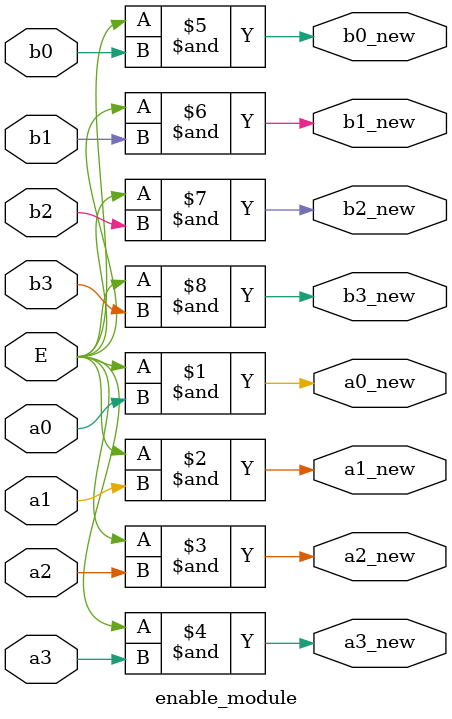
<source format=v>
module enable_module(E, a0, a1, a2, a3, b0, b1, b2, b3, a0_new, a1_new, a2_new, a3_new, b0_new, b1_new, b2_new, b3_new);

input E, a0, a1, a2, a3, b0, b1, b2, b3;
output a0_new, a1_new, a2_new, a3_new, b0_new, b1_new, b2_new, b3_new;

and(a0_new, E, a0);
and(a1_new, E, a1);
and(a2_new, E, a2);
and(a3_new, E, a3);

and(b0_new, E, b0);
and(b1_new, E, b1);
and(b2_new, E, b2);
and(b3_new, E, b3);

endmodule 
</source>
